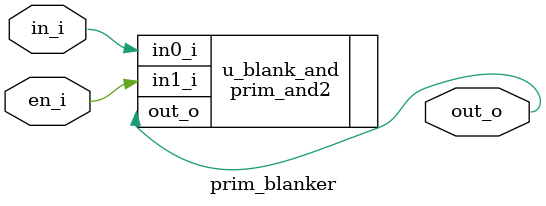
<source format=sv>

module prim_blanker #(
  parameter int Width = 1
) (
  input  logic [Width-1:0] in_i,
  input  logic             en_i,
  output logic [Width-1:0] out_o
);
  prim_and2 #(.Width(Width)) u_blank_and (
    .in0_i(in_i),
    .in1_i({Width{en_i}}),
    .out_o
  );
endmodule

</source>
